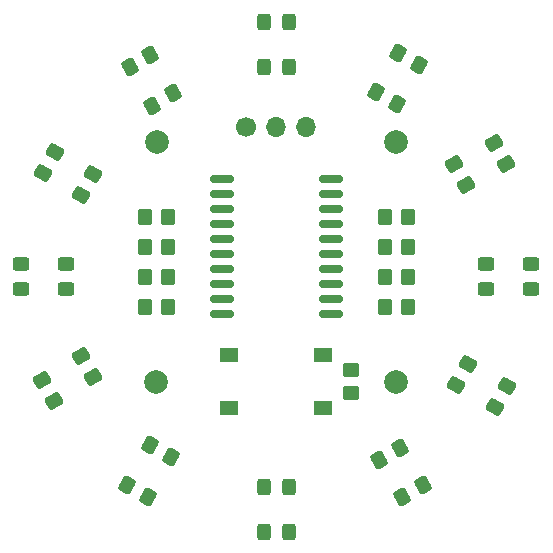
<source format=gbr>
%TF.GenerationSoftware,KiCad,Pcbnew,(6.0.8)*%
%TF.CreationDate,2022-10-14T21:05:54+02:00*%
%TF.ProjectId,Horloge,486f726c-6f67-4652-9e6b-696361645f70,rev?*%
%TF.SameCoordinates,Original*%
%TF.FileFunction,Soldermask,Top*%
%TF.FilePolarity,Negative*%
%FSLAX46Y46*%
G04 Gerber Fmt 4.6, Leading zero omitted, Abs format (unit mm)*
G04 Created by KiCad (PCBNEW (6.0.8)) date 2022-10-14 21:05:54*
%MOMM*%
%LPD*%
G01*
G04 APERTURE LIST*
G04 Aperture macros list*
%AMRoundRect*
0 Rectangle with rounded corners*
0 $1 Rounding radius*
0 $2 $3 $4 $5 $6 $7 $8 $9 X,Y pos of 4 corners*
0 Add a 4 corners polygon primitive as box body*
4,1,4,$2,$3,$4,$5,$6,$7,$8,$9,$2,$3,0*
0 Add four circle primitives for the rounded corners*
1,1,$1+$1,$2,$3*
1,1,$1+$1,$4,$5*
1,1,$1+$1,$6,$7*
1,1,$1+$1,$8,$9*
0 Add four rect primitives between the rounded corners*
20,1,$1+$1,$2,$3,$4,$5,0*
20,1,$1+$1,$4,$5,$6,$7,0*
20,1,$1+$1,$6,$7,$8,$9,0*
20,1,$1+$1,$8,$9,$2,$3,0*%
G04 Aperture macros list end*
%ADD10C,2.000000*%
%ADD11RoundRect,0.250000X-0.227211X0.506458X-0.552211X-0.056458X0.227211X-0.506458X0.552211X0.056458X0*%
%ADD12RoundRect,0.250000X0.056458X0.552211X-0.506458X0.227211X-0.056458X-0.552211X0.506458X-0.227211X0*%
%ADD13RoundRect,0.250000X-0.350000X-0.450000X0.350000X-0.450000X0.350000X0.450000X-0.350000X0.450000X0*%
%ADD14RoundRect,0.250000X-0.506458X-0.227211X0.056458X-0.552211X0.506458X0.227211X-0.056458X0.552211X0*%
%ADD15RoundRect,0.250000X-0.056458X-0.552211X0.506458X-0.227211X0.056458X0.552211X-0.506458X0.227211X0*%
%ADD16RoundRect,0.250000X-0.325000X-0.450000X0.325000X-0.450000X0.325000X0.450000X-0.325000X0.450000X0*%
%ADD17RoundRect,0.150000X-0.875000X-0.150000X0.875000X-0.150000X0.875000X0.150000X-0.875000X0.150000X0*%
%ADD18RoundRect,0.250000X0.227211X-0.506458X0.552211X0.056458X-0.227211X0.506458X-0.552211X-0.056458X0*%
%ADD19RoundRect,0.250000X0.506458X0.227211X-0.056458X0.552211X-0.506458X-0.227211X0.056458X-0.552211X0*%
%ADD20RoundRect,0.250000X0.350000X0.450000X-0.350000X0.450000X-0.350000X-0.450000X0.350000X-0.450000X0*%
%ADD21RoundRect,0.250000X0.450000X-0.325000X0.450000X0.325000X-0.450000X0.325000X-0.450000X-0.325000X0*%
%ADD22RoundRect,0.250000X0.552211X-0.056458X0.227211X0.506458X-0.552211X0.056458X-0.227211X-0.506458X0*%
%ADD23RoundRect,0.250000X-0.450000X0.350000X-0.450000X-0.350000X0.450000X-0.350000X0.450000X0.350000X0*%
%ADD24C,1.700000*%
%ADD25O,1.700000X1.700000*%
%ADD26RoundRect,0.250000X-0.552211X0.056458X-0.227211X-0.506458X0.552211X-0.056458X0.227211X0.506458X0*%
%ADD27R,1.550000X1.300000*%
G04 APERTURE END LIST*
D10*
%TO.C,REF\u002A\u002A*%
X162560000Y-85090000D03*
%TD*%
%TO.C,REF\u002A\u002A*%
X162560000Y-105410000D03*
%TD*%
%TO.C,REF\u002A\u002A*%
X142240000Y-105410000D03*
%TD*%
%TO.C,REF\u002A\u002A*%
X142316287Y-85090000D03*
%TD*%
D11*
%TO.C,20*%
X168619157Y-103890530D03*
X167594157Y-105665882D03*
%TD*%
D12*
%TO.C,25*%
X162887426Y-111016061D03*
X161112074Y-112041061D03*
%TD*%
D13*
%TO.C,R4*%
X141240000Y-99060000D03*
X143240000Y-99060000D03*
%TD*%
D14*
%TO.C,1*%
X162692904Y-77568141D03*
X164468256Y-78593141D03*
%TD*%
D15*
%TO.C,55*%
X141843684Y-82038180D03*
X143619036Y-81013180D03*
%TD*%
D16*
%TO.C,0*%
X151375000Y-78740000D03*
X153425000Y-78740000D03*
%TD*%
D17*
%TO.C,U1*%
X147750000Y-88265000D03*
X147750000Y-89535000D03*
X147750000Y-90805000D03*
X147750000Y-92075000D03*
X147750000Y-93345000D03*
X147750000Y-94615000D03*
X147750000Y-95885000D03*
X147750000Y-97155000D03*
X147750000Y-98425000D03*
X147750000Y-99695000D03*
X157050000Y-99695000D03*
X157050000Y-98425000D03*
X157050000Y-97155000D03*
X157050000Y-95885000D03*
X157050000Y-94615000D03*
X157050000Y-93345000D03*
X157050000Y-92075000D03*
X157050000Y-90805000D03*
X157050000Y-89535000D03*
X157050000Y-88265000D03*
%TD*%
D18*
%TO.C,50*%
X135865921Y-89627634D03*
X136890921Y-87852282D03*
%TD*%
D13*
%TO.C,R2*%
X141240000Y-93980000D03*
X143240000Y-93980000D03*
%TD*%
D12*
%TO.C,5*%
X164844435Y-114201086D03*
X163069083Y-115226086D03*
%TD*%
D19*
%TO.C,35*%
X143494246Y-111826638D03*
X141718894Y-110801638D03*
%TD*%
D20*
%TO.C,R6*%
X163560000Y-96520000D03*
X161560000Y-96520000D03*
%TD*%
D21*
%TO.C,45*%
X134620000Y-97545000D03*
X134620000Y-95495000D03*
%TD*%
D22*
%TO.C,40*%
X136845129Y-105058228D03*
X135820129Y-103282876D03*
%TD*%
%TO.C,8*%
X133564826Y-107016515D03*
X132539826Y-105241163D03*
%TD*%
D13*
%TO.C,R3*%
X141240000Y-96520000D03*
X143240000Y-96520000D03*
%TD*%
D15*
%TO.C,11*%
X139961295Y-78787743D03*
X141736647Y-77762743D03*
%TD*%
D19*
%TO.C,7*%
X141537123Y-115165947D03*
X139761771Y-114140947D03*
%TD*%
D23*
%TO.C,R9*%
X158750000Y-104410000D03*
X158750000Y-106410000D03*
%TD*%
D20*
%TO.C,R5*%
X163560000Y-99060000D03*
X161560000Y-99060000D03*
%TD*%
D21*
%TO.C,3*%
X173990000Y-95495000D03*
X173990000Y-97545000D03*
%TD*%
D18*
%TO.C,10*%
X132649851Y-87743332D03*
X133674851Y-85967980D03*
%TD*%
D16*
%TO.C,30*%
X151375000Y-114300000D03*
X153425000Y-114300000D03*
%TD*%
D20*
%TO.C,R8*%
X163560000Y-91440000D03*
X161560000Y-91440000D03*
%TD*%
D24*
%TO.C,J1*%
X149860000Y-83820000D03*
D25*
X152400000Y-83820000D03*
X154940000Y-83820000D03*
%TD*%
D16*
%TO.C,12*%
X151375000Y-74930000D03*
X153425000Y-74930000D03*
%TD*%
%TO.C,6*%
X151375000Y-118110000D03*
X153425000Y-118110000D03*
%TD*%
D11*
%TO.C,4*%
X171962500Y-105792324D03*
X170937500Y-107567676D03*
%TD*%
D26*
%TO.C,2*%
X170789087Y-85225839D03*
X171814087Y-87001191D03*
%TD*%
D14*
%TO.C,5*%
X160831296Y-80902691D03*
X162606648Y-81927691D03*
%TD*%
D20*
%TO.C,R7*%
X163560000Y-93980000D03*
X161560000Y-93980000D03*
%TD*%
D26*
%TO.C,10*%
X167395273Y-87020491D03*
X168420273Y-88795843D03*
%TD*%
D21*
%TO.C,9*%
X130810000Y-97545000D03*
X130810000Y-95495000D03*
%TD*%
%TO.C,15*%
X170180000Y-97545000D03*
X170180000Y-95495000D03*
%TD*%
D27*
%TO.C,SW1*%
X148425000Y-103160000D03*
X156375000Y-103160000D03*
X148425000Y-107660000D03*
X156375000Y-107660000D03*
%TD*%
D13*
%TO.C,R1*%
X141240000Y-91440000D03*
X143240000Y-91440000D03*
%TD*%
M02*

</source>
